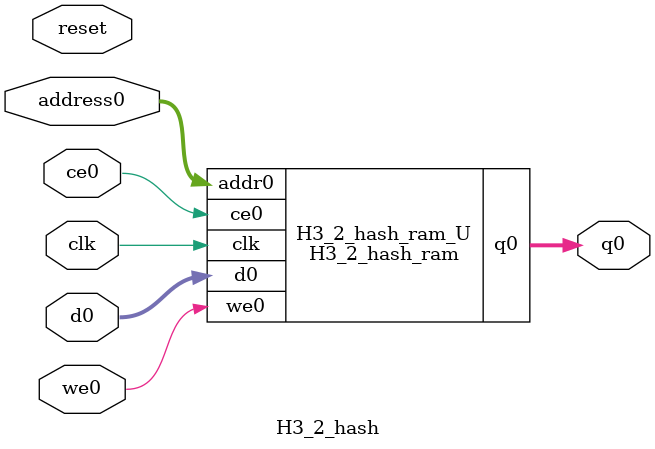
<source format=v>
`timescale 1 ns / 1 ps
module H3_2_hash_ram (addr0, ce0, d0, we0, q0,  clk);

parameter DWIDTH = 8;
parameter AWIDTH = 5;
parameter MEM_SIZE = 32;

input[AWIDTH-1:0] addr0;
input ce0;
input[DWIDTH-1:0] d0;
input we0;
output reg[DWIDTH-1:0] q0;
input clk;

(* ram_style = "distributed" *)reg [DWIDTH-1:0] ram[0:MEM_SIZE-1];




always @(posedge clk)  
begin 
    if (ce0) begin
        if (we0) 
            ram[addr0] <= d0; 
        q0 <= ram[addr0];
    end
end


endmodule

`timescale 1 ns / 1 ps
module H3_2_hash(
    reset,
    clk,
    address0,
    ce0,
    we0,
    d0,
    q0);

parameter DataWidth = 32'd8;
parameter AddressRange = 32'd32;
parameter AddressWidth = 32'd5;
input reset;
input clk;
input[AddressWidth - 1:0] address0;
input ce0;
input we0;
input[DataWidth - 1:0] d0;
output[DataWidth - 1:0] q0;



H3_2_hash_ram H3_2_hash_ram_U(
    .clk( clk ),
    .addr0( address0 ),
    .ce0( ce0 ),
    .we0( we0 ),
    .d0( d0 ),
    .q0( q0 ));

endmodule


</source>
